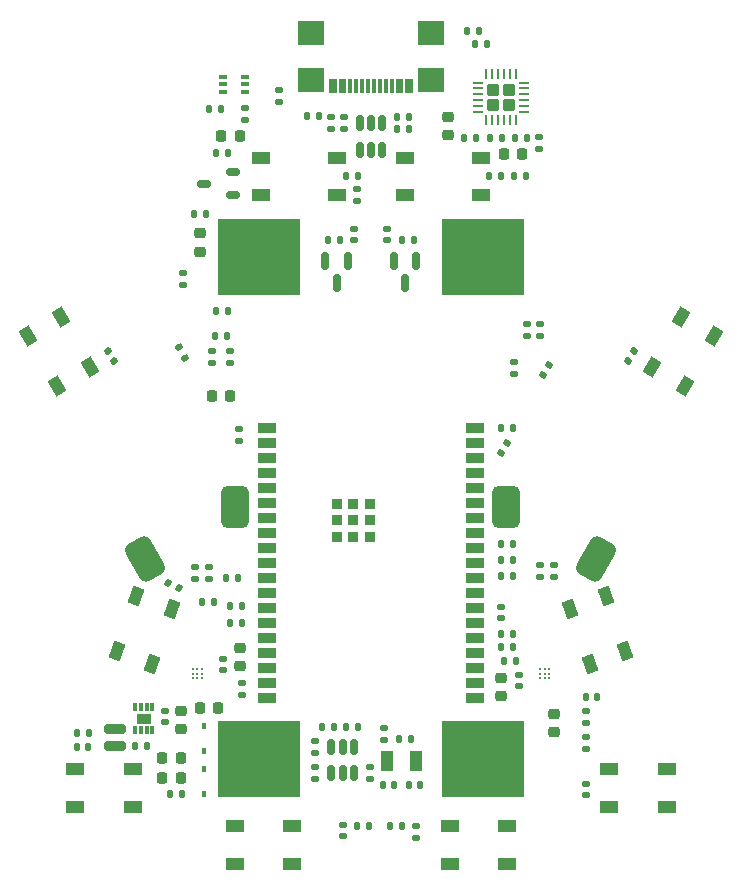
<source format=gtp>
%TF.GenerationSoftware,KiCad,Pcbnew,(6.0.6)*%
%TF.CreationDate,2022-10-05T22:33:55-05:00*%
%TF.ProjectId,Halloween_Ghost_v1,48616c6c-6f77-4656-956e-5f47686f7374,rev?*%
%TF.SameCoordinates,Original*%
%TF.FileFunction,Paste,Top*%
%TF.FilePolarity,Positive*%
%FSLAX46Y46*%
G04 Gerber Fmt 4.6, Leading zero omitted, Abs format (unit mm)*
G04 Created by KiCad (PCBNEW (6.0.6)) date 2022-10-05 22:33:55*
%MOMM*%
%LPD*%
G01*
G04 APERTURE LIST*
G04 Aperture macros list*
%AMRoundRect*
0 Rectangle with rounded corners*
0 $1 Rounding radius*
0 $2 $3 $4 $5 $6 $7 $8 $9 X,Y pos of 4 corners*
0 Add a 4 corners polygon primitive as box body*
4,1,4,$2,$3,$4,$5,$6,$7,$8,$9,$2,$3,0*
0 Add four circle primitives for the rounded corners*
1,1,$1+$1,$2,$3*
1,1,$1+$1,$4,$5*
1,1,$1+$1,$6,$7*
1,1,$1+$1,$8,$9*
0 Add four rect primitives between the rounded corners*
20,1,$1+$1,$2,$3,$4,$5,0*
20,1,$1+$1,$4,$5,$6,$7,0*
20,1,$1+$1,$6,$7,$8,$9,0*
20,1,$1+$1,$8,$9,$2,$3,0*%
%AMRotRect*
0 Rectangle, with rotation*
0 The origin of the aperture is its center*
0 $1 length*
0 $2 width*
0 $3 Rotation angle, in degrees counterclockwise*
0 Add horizontal line*
21,1,$1,$2,0,0,$3*%
G04 Aperture macros list end*
%ADD10RoundRect,0.150000X-0.150000X0.512500X-0.150000X-0.512500X0.150000X-0.512500X0.150000X0.512500X0*%
%ADD11RoundRect,0.135000X0.135000X0.185000X-0.135000X0.185000X-0.135000X-0.185000X0.135000X-0.185000X0*%
%ADD12RoundRect,0.140000X-0.170000X0.140000X-0.170000X-0.140000X0.170000X-0.140000X0.170000X0.140000X0*%
%ADD13RoundRect,0.225000X-0.225000X-0.250000X0.225000X-0.250000X0.225000X0.250000X-0.225000X0.250000X0*%
%ADD14RoundRect,0.135000X-0.135000X-0.185000X0.135000X-0.185000X0.135000X0.185000X-0.135000X0.185000X0*%
%ADD15R,0.450000X0.600000*%
%ADD16R,1.500000X0.900000*%
%ADD17R,0.900000X0.900000*%
%ADD18C,0.250000*%
%ADD19RoundRect,0.135000X0.185000X-0.135000X0.185000X0.135000X-0.185000X0.135000X-0.185000X-0.135000X0*%
%ADD20RoundRect,0.225000X-0.250000X0.225000X-0.250000X-0.225000X0.250000X-0.225000X0.250000X0.225000X0*%
%ADD21RoundRect,0.135000X-0.185000X0.135000X-0.185000X-0.135000X0.185000X-0.135000X0.185000X0.135000X0*%
%ADD22RotRect,1.500000X1.000000X60.000000*%
%ADD23RoundRect,0.140000X-0.140000X-0.170000X0.140000X-0.170000X0.140000X0.170000X-0.140000X0.170000X0*%
%ADD24RoundRect,0.140000X0.140000X0.170000X-0.140000X0.170000X-0.140000X-0.170000X0.140000X-0.170000X0*%
%ADD25R,0.300000X0.750000*%
%ADD26R,1.300000X0.900000*%
%ADD27RoundRect,0.140000X0.170000X-0.140000X0.170000X0.140000X-0.170000X0.140000X-0.170000X-0.140000X0*%
%ADD28RoundRect,0.600000X1.119615X-0.739230X-0.080385X1.339230X-1.119615X0.739230X0.080385X-1.339230X0*%
%ADD29RoundRect,0.600000X0.600000X-1.200000X0.600000X1.200000X-0.600000X1.200000X-0.600000X-1.200000X0*%
%ADD30RoundRect,0.250000X-0.275000X-0.275000X0.275000X-0.275000X0.275000X0.275000X-0.275000X0.275000X0*%
%ADD31RoundRect,0.062500X-0.350000X-0.062500X0.350000X-0.062500X0.350000X0.062500X-0.350000X0.062500X0*%
%ADD32RoundRect,0.062500X-0.062500X-0.350000X0.062500X-0.350000X0.062500X0.350000X-0.062500X0.350000X0*%
%ADD33RoundRect,0.225000X0.250000X-0.225000X0.250000X0.225000X-0.250000X0.225000X-0.250000X-0.225000X0*%
%ADD34R,0.650000X0.400000*%
%ADD35RoundRect,0.150000X-0.150000X0.587500X-0.150000X-0.587500X0.150000X-0.587500X0.150000X0.587500X0*%
%ADD36RotRect,1.500000X1.000000X300.000000*%
%ADD37RoundRect,0.200000X0.700000X-0.200000X0.700000X0.200000X-0.700000X0.200000X-0.700000X-0.200000X0*%
%ADD38RoundRect,0.600000X-0.600000X1.200000X-0.600000X-1.200000X0.600000X-1.200000X0.600000X1.200000X0*%
%ADD39RoundRect,0.600000X-0.080385X-1.339230X1.119615X0.739230X0.080385X1.339230X-1.119615X-0.739230X0*%
%ADD40RoundRect,0.135000X0.092715X-0.209413X0.227715X0.024413X-0.092715X0.209413X-0.227715X-0.024413X0*%
%ADD41R,1.000000X1.800000*%
%ADD42RoundRect,0.135000X-0.092715X0.209413X-0.227715X-0.024413X0.092715X-0.209413X0.227715X0.024413X0*%
%ADD43RotRect,1.500000X1.000000X250.000000*%
%ADD44RoundRect,0.135000X-0.227715X0.024413X-0.092715X-0.209413X0.227715X-0.024413X0.092715X0.209413X0*%
%ADD45R,1.500000X1.000000*%
%ADD46RoundRect,0.140000X-0.217224X0.036244X-0.077224X-0.206244X0.217224X-0.036244X0.077224X0.206244X0*%
%ADD47RoundRect,0.225000X0.225000X0.250000X-0.225000X0.250000X-0.225000X-0.250000X0.225000X-0.250000X0*%
%ADD48RotRect,1.500000X1.000000X110.000000*%
%ADD49R,0.300000X1.150000*%
%ADD50R,2.180000X2.000000*%
%ADD51RoundRect,0.150000X-0.450000X0.150000X-0.450000X-0.150000X0.450000X-0.150000X0.450000X0.150000X0*%
%ADD52RoundRect,0.140000X0.077224X-0.206244X0.217224X0.036244X-0.077224X0.206244X-0.217224X-0.036244X0*%
%ADD53RoundRect,0.135000X0.190132X0.127670X-0.063585X0.220016X-0.190132X-0.127670X0.063585X-0.220016X0*%
%ADD54R,7.000000X6.500000*%
G04 APERTURE END LIST*
D10*
X135350000Y-118862500D03*
X134400000Y-118862500D03*
X133450000Y-118862500D03*
X133450000Y-121137500D03*
X134400000Y-121137500D03*
X135350000Y-121137500D03*
D11*
X135710000Y-117200000D03*
X134690000Y-117200000D03*
D12*
X140600000Y-125620000D03*
X140600000Y-126580000D03*
D13*
X123350000Y-89200000D03*
X124900000Y-89200000D03*
D14*
X139390000Y-76000000D03*
X140410000Y-76000000D03*
D15*
X122700000Y-119250000D03*
X122700000Y-117150000D03*
D16*
X128000000Y-91920000D03*
X128000000Y-93190000D03*
X128000000Y-94460000D03*
X128000000Y-95730000D03*
X128000000Y-97000000D03*
X128000000Y-98270000D03*
X128000000Y-99540000D03*
X128000000Y-100810000D03*
X128000000Y-102080000D03*
X128000000Y-103350000D03*
X128000000Y-104620000D03*
X128000000Y-105890000D03*
X128000000Y-107160000D03*
X128000000Y-108430000D03*
X128000000Y-109700000D03*
X128000000Y-110970000D03*
X128000000Y-112240000D03*
X128000000Y-113510000D03*
X128000000Y-114780000D03*
X145600000Y-114780000D03*
X145600000Y-113510000D03*
X145600000Y-112240000D03*
X145600000Y-110970000D03*
X145600000Y-109700000D03*
X145600000Y-108430000D03*
X145600000Y-107160000D03*
X145600000Y-105890000D03*
X145600000Y-104620000D03*
X145600000Y-103350000D03*
X145600000Y-102080000D03*
X145600000Y-100810000D03*
X145600000Y-99540000D03*
X145600000Y-98270000D03*
X145600000Y-97000000D03*
X145600000Y-95730000D03*
X145600000Y-94460000D03*
X145600000Y-93190000D03*
X145600000Y-91920000D03*
D17*
X133900000Y-98320000D03*
X135300000Y-98320000D03*
X136700000Y-98320000D03*
X133900000Y-99720000D03*
X135300000Y-99720000D03*
X136700000Y-99720000D03*
X133900000Y-101120000D03*
X135300000Y-101120000D03*
X136700000Y-101120000D03*
D14*
X144890000Y-58300000D03*
X145910000Y-58300000D03*
D18*
X151100000Y-113100000D03*
X151100000Y-112700000D03*
X151100000Y-112300000D03*
X151500000Y-113100000D03*
X151500000Y-112700000D03*
X151500000Y-112300000D03*
X151900000Y-113100000D03*
X151900000Y-112700000D03*
X151900000Y-112300000D03*
D19*
X126100000Y-65820000D03*
X126100000Y-64800000D03*
X132100000Y-121610000D03*
X132100000Y-120590000D03*
D20*
X143300000Y-65550000D03*
X143300000Y-67100000D03*
D21*
X134500000Y-65590000D03*
X134500000Y-66610000D03*
D22*
X160589359Y-86721762D03*
X163360641Y-88321762D03*
X165810641Y-84078238D03*
X163039359Y-82478238D03*
D14*
X146900000Y-67300000D03*
X147920000Y-67300000D03*
D19*
X148900000Y-87310000D03*
X148900000Y-86290000D03*
D23*
X111920000Y-118900000D03*
X112880000Y-118900000D03*
D24*
X147780000Y-70600000D03*
X146820000Y-70600000D03*
D14*
X124890000Y-108400000D03*
X125910000Y-108400000D03*
D11*
X148810000Y-109300000D03*
X147790000Y-109300000D03*
D15*
X122700000Y-120750000D03*
X122700000Y-122850000D03*
D23*
X138780000Y-122100000D03*
X137820000Y-122100000D03*
D19*
X150000000Y-84110000D03*
X150000000Y-83090000D03*
D20*
X120700000Y-115825000D03*
X120700000Y-117375000D03*
D25*
X118300000Y-115500000D03*
X117800000Y-115500000D03*
X117300000Y-115500000D03*
X116800000Y-115500000D03*
X116800000Y-117500000D03*
X117300000Y-117500000D03*
X117800000Y-117500000D03*
X118300000Y-117500000D03*
D26*
X117550000Y-116500000D03*
D27*
X138200000Y-75980000D03*
X138200000Y-75020000D03*
D28*
X117706476Y-102945191D03*
D29*
X125327499Y-98545191D03*
D30*
X147150000Y-64550000D03*
X148450000Y-63250000D03*
X147150000Y-63250000D03*
X148450000Y-64550000D03*
D31*
X145862500Y-62650000D03*
X145862500Y-63150000D03*
X145862500Y-63650000D03*
X145862500Y-64150000D03*
X145862500Y-64650000D03*
X145862500Y-65150000D03*
D32*
X146550000Y-65837500D03*
X147050000Y-65837500D03*
X147550000Y-65837500D03*
X148050000Y-65837500D03*
X148550000Y-65837500D03*
X149050000Y-65837500D03*
D31*
X149737500Y-65150000D03*
X149737500Y-64650000D03*
X149737500Y-64150000D03*
X149737500Y-63650000D03*
X149737500Y-63150000D03*
X149737500Y-62650000D03*
D32*
X149050000Y-61962500D03*
X148550000Y-61962500D03*
X148050000Y-61962500D03*
X147550000Y-61962500D03*
X147050000Y-61962500D03*
X146550000Y-61962500D03*
D19*
X125900000Y-114510000D03*
X125900000Y-113490000D03*
D33*
X152300000Y-117675000D03*
X152300000Y-116125000D03*
D34*
X126150000Y-63450000D03*
X126150000Y-62800000D03*
X126150000Y-62150000D03*
X124250000Y-62150000D03*
X124250000Y-62800000D03*
X124250000Y-63450000D03*
D19*
X137900000Y-118310000D03*
X137900000Y-117290000D03*
X120900000Y-79810000D03*
X120900000Y-78790000D03*
D35*
X140650000Y-77762500D03*
X138750000Y-77762500D03*
X139700000Y-79637500D03*
D13*
X119125000Y-121500000D03*
X120675000Y-121500000D03*
D11*
X148810000Y-103100000D03*
X147790000Y-103100000D03*
D18*
X122500000Y-112300000D03*
X122500000Y-112700000D03*
X122500000Y-113100000D03*
X122100000Y-112300000D03*
X122100000Y-112700000D03*
X122100000Y-113100000D03*
X121700000Y-112300000D03*
X121700000Y-112700000D03*
X121700000Y-113100000D03*
D14*
X133190000Y-76000000D03*
X134210000Y-76000000D03*
D12*
X149300000Y-112820000D03*
X149300000Y-113780000D03*
D36*
X110560641Y-82478238D03*
X107789359Y-84078238D03*
X110239359Y-88321762D03*
X113010641Y-86721762D03*
D19*
X152300000Y-104510000D03*
X152300000Y-103490000D03*
D14*
X145590000Y-59400000D03*
X146610000Y-59400000D03*
X123690000Y-82000000D03*
X124710000Y-82000000D03*
X147790000Y-110400000D03*
X148810000Y-110400000D03*
D21*
X155000000Y-115890000D03*
X155000000Y-116910000D03*
D37*
X115100000Y-118850000D03*
X115100000Y-117350000D03*
D11*
X125510000Y-104600000D03*
X124490000Y-104600000D03*
D12*
X134400000Y-125520000D03*
X134400000Y-126480000D03*
X119400000Y-115820000D03*
X119400000Y-116780000D03*
D21*
X135600000Y-71690000D03*
X135600000Y-72710000D03*
D38*
X148272501Y-98545191D03*
D39*
X155893524Y-102945191D03*
D14*
X138990000Y-66600000D03*
X140010000Y-66600000D03*
D27*
X125600000Y-92980000D03*
X125600000Y-92020000D03*
D14*
X135590000Y-125600000D03*
X136610000Y-125600000D03*
D11*
X148810000Y-104400000D03*
X147790000Y-104400000D03*
D13*
X119125000Y-119800000D03*
X120675000Y-119800000D03*
D27*
X124300000Y-112380000D03*
X124300000Y-111420000D03*
D33*
X125700000Y-112075000D03*
X125700000Y-110525000D03*
D40*
X147845000Y-94041673D03*
X148355000Y-93158327D03*
D11*
X149110000Y-111600000D03*
X148090000Y-111600000D03*
D14*
X139190000Y-118200000D03*
X140210000Y-118200000D03*
D23*
X155020000Y-114700000D03*
X155980000Y-114700000D03*
D14*
X147790000Y-101700000D03*
X148810000Y-101700000D03*
D27*
X124900000Y-86360000D03*
X124900000Y-85400000D03*
D23*
X144700000Y-67300000D03*
X145660000Y-67300000D03*
D11*
X125910000Y-107000000D03*
X124890000Y-107000000D03*
D12*
X155000000Y-122020000D03*
X155000000Y-122980000D03*
D41*
X138150000Y-120100000D03*
X140650000Y-120100000D03*
D13*
X122325000Y-115600000D03*
X123875000Y-115600000D03*
X148050000Y-68700000D03*
X149600000Y-68700000D03*
D20*
X122300000Y-75425000D03*
X122300000Y-76975000D03*
D19*
X151100000Y-104510000D03*
X151100000Y-103490000D03*
X155000000Y-119110000D03*
X155000000Y-118090000D03*
X129000000Y-64320000D03*
X129000000Y-63300000D03*
D42*
X151855000Y-86558327D03*
X151345000Y-87441673D03*
D43*
X119941458Y-107244985D03*
X116934441Y-106150521D03*
X115258542Y-110755015D03*
X118265559Y-111849479D03*
D11*
X140000000Y-65600000D03*
X138980000Y-65600000D03*
D19*
X151100000Y-84110000D03*
X151100000Y-83090000D03*
D44*
X120545000Y-85058327D03*
X121055000Y-85941673D03*
D45*
X125250000Y-125600000D03*
X125250000Y-128800000D03*
X130150000Y-128800000D03*
X130150000Y-125600000D03*
D46*
X114560000Y-85384308D03*
X115040000Y-86215692D03*
D24*
X124680000Y-68600000D03*
X123720000Y-68600000D03*
D14*
X111890000Y-117700000D03*
X112910000Y-117700000D03*
D12*
X135400000Y-75020000D03*
X135400000Y-75980000D03*
D27*
X132100000Y-119380000D03*
X132100000Y-118420000D03*
D47*
X125675000Y-67200000D03*
X124125000Y-67200000D03*
D12*
X147800000Y-107020000D03*
X147800000Y-107980000D03*
D45*
X146100000Y-69000000D03*
X146100000Y-72200000D03*
X139700000Y-72200000D03*
X139700000Y-69000000D03*
D11*
X120810000Y-122900000D03*
X119790000Y-122900000D03*
X124110000Y-64900000D03*
X123090000Y-64900000D03*
D14*
X132690000Y-117200000D03*
X133710000Y-117200000D03*
D19*
X133400000Y-66610000D03*
X133400000Y-65590000D03*
D10*
X137750000Y-66062500D03*
X136800000Y-66062500D03*
X135850000Y-66062500D03*
X135850000Y-68337500D03*
X136800000Y-68337500D03*
X137750000Y-68337500D03*
D11*
X148810000Y-91900000D03*
X147790000Y-91900000D03*
D19*
X123100000Y-104710000D03*
X123100000Y-103690000D03*
D45*
X111750000Y-120800000D03*
X111750000Y-124000000D03*
X116650000Y-124000000D03*
X116650000Y-120800000D03*
D14*
X116790000Y-118800000D03*
X117810000Y-118800000D03*
D48*
X155334441Y-111849479D03*
X158341458Y-110755015D03*
X156665559Y-106150521D03*
X153658542Y-107244985D03*
D11*
X139410000Y-125600000D03*
X138390000Y-125600000D03*
D21*
X123300000Y-85390000D03*
X123300000Y-86410000D03*
D35*
X134850000Y-77762500D03*
X132950000Y-77762500D03*
X133900000Y-79637500D03*
D49*
X140150000Y-62978000D03*
X139350000Y-62978000D03*
X138050000Y-62978000D03*
X137050000Y-62978000D03*
X136550000Y-62978000D03*
X135550000Y-62978000D03*
X134250000Y-62978000D03*
X133450000Y-62978000D03*
X133750000Y-62978000D03*
X134550000Y-62978000D03*
X135050000Y-62978000D03*
X136050000Y-62978000D03*
X137550000Y-62978000D03*
X138550000Y-62978000D03*
X139050000Y-62978000D03*
X139850000Y-62978000D03*
D50*
X131690000Y-62403000D03*
X131690000Y-58473000D03*
X141910000Y-58473000D03*
X141910000Y-62403000D03*
D51*
X125150000Y-72150000D03*
X125150000Y-70250000D03*
X122650000Y-71200000D03*
D19*
X151000000Y-68310000D03*
X151000000Y-67290000D03*
D45*
X156950000Y-120800000D03*
X156950000Y-124000000D03*
X161850000Y-124000000D03*
X161850000Y-120800000D03*
D19*
X136700000Y-121610000D03*
X136700000Y-120590000D03*
D23*
X121840000Y-73800000D03*
X122800000Y-73800000D03*
D45*
X133900000Y-69000000D03*
X133900000Y-72200000D03*
X127500000Y-72200000D03*
X127500000Y-69000000D03*
D14*
X148980000Y-67300000D03*
X150000000Y-67300000D03*
D23*
X122520000Y-106600000D03*
X123480000Y-106600000D03*
D52*
X158560000Y-86215692D03*
X159040000Y-85384308D03*
D14*
X148890000Y-70600000D03*
X149910000Y-70600000D03*
D19*
X121900000Y-104710000D03*
X121900000Y-103690000D03*
D24*
X132380000Y-65500000D03*
X131420000Y-65500000D03*
D20*
X147800000Y-113025000D03*
X147800000Y-114575000D03*
D53*
X120579243Y-105400000D03*
X119620757Y-105051140D03*
D54*
X127300000Y-119950000D03*
X127300000Y-77450000D03*
X146300000Y-77450000D03*
X146300000Y-119950000D03*
D24*
X140980000Y-122100000D03*
X140020000Y-122100000D03*
D23*
X134720000Y-70600000D03*
X135680000Y-70600000D03*
D14*
X123590000Y-84100000D03*
X124610000Y-84100000D03*
D45*
X143450000Y-125600000D03*
X143450000Y-128800000D03*
X148350000Y-128800000D03*
X148350000Y-125600000D03*
M02*

</source>
